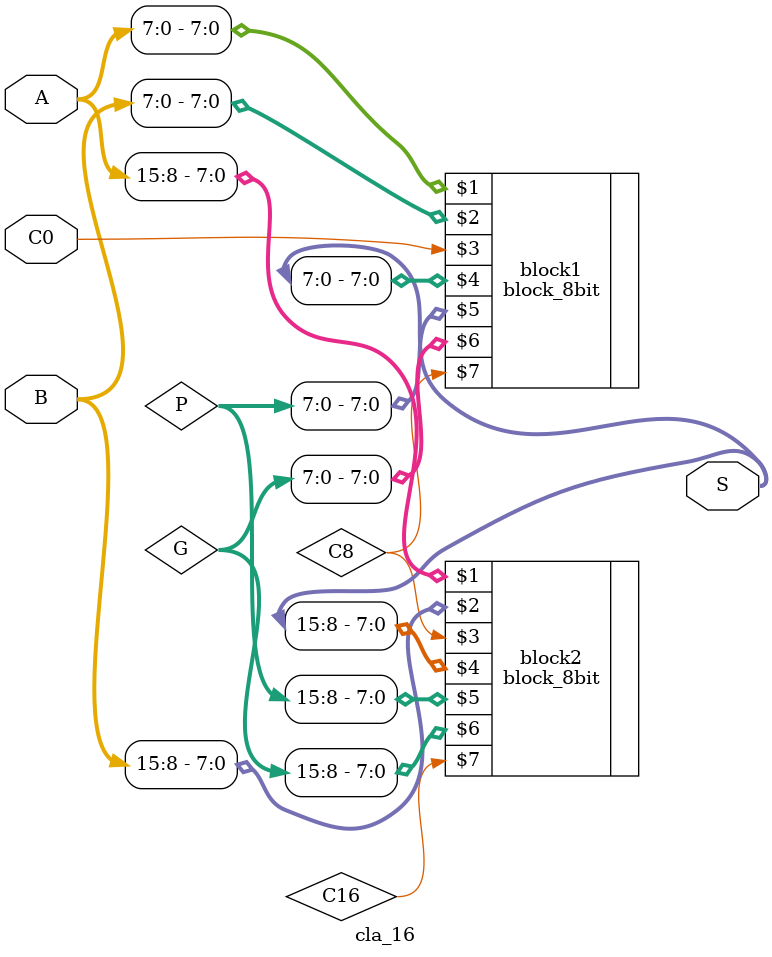
<source format=v>
module cla_16(A, B, C0, S);
    input [15:0] A, B;
    input C0;

    output [15:0] S;

    wire C0, C8, C16;
    wire [15:0] G, P; 

    block_8bit block1(A[7:0], B[7:0], C0, S[7:0], P[7:0], G[7:0], C8);      
    block_8bit block2(A[15:8], B[15:8], C8, S[15:8], P[15:8], G[15:8], C16);      
endmodule

</source>
